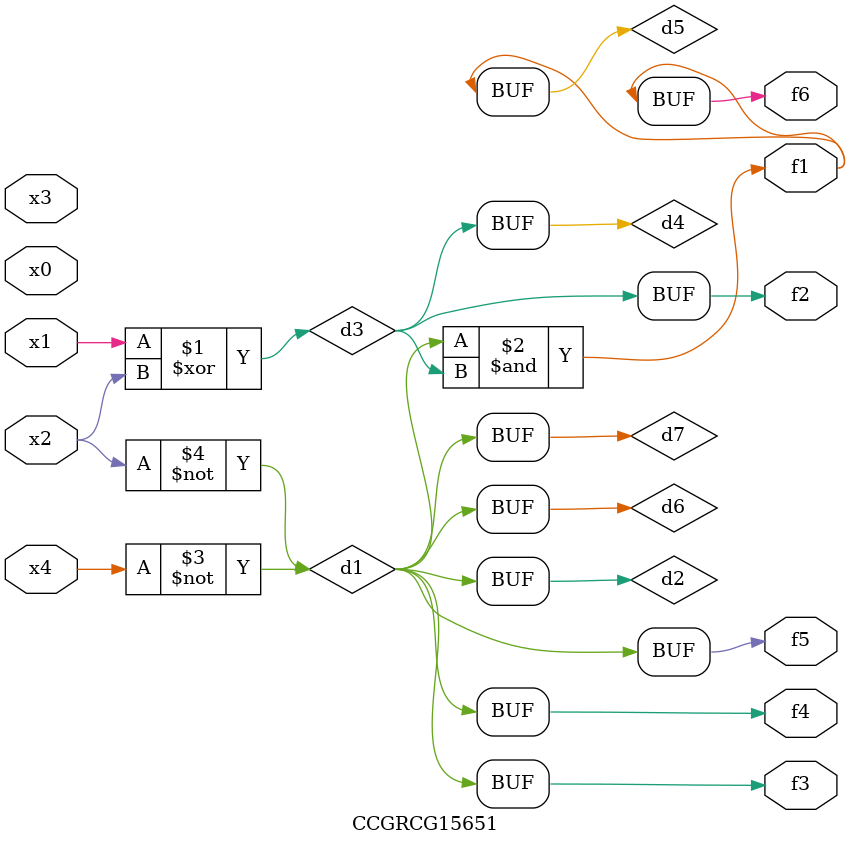
<source format=v>
module CCGRCG15651(
	input x0, x1, x2, x3, x4,
	output f1, f2, f3, f4, f5, f6
);

	wire d1, d2, d3, d4, d5, d6, d7;

	not (d1, x4);
	not (d2, x2);
	xor (d3, x1, x2);
	buf (d4, d3);
	and (d5, d1, d3);
	buf (d6, d1, d2);
	buf (d7, d2);
	assign f1 = d5;
	assign f2 = d4;
	assign f3 = d7;
	assign f4 = d7;
	assign f5 = d7;
	assign f6 = d5;
endmodule

</source>
